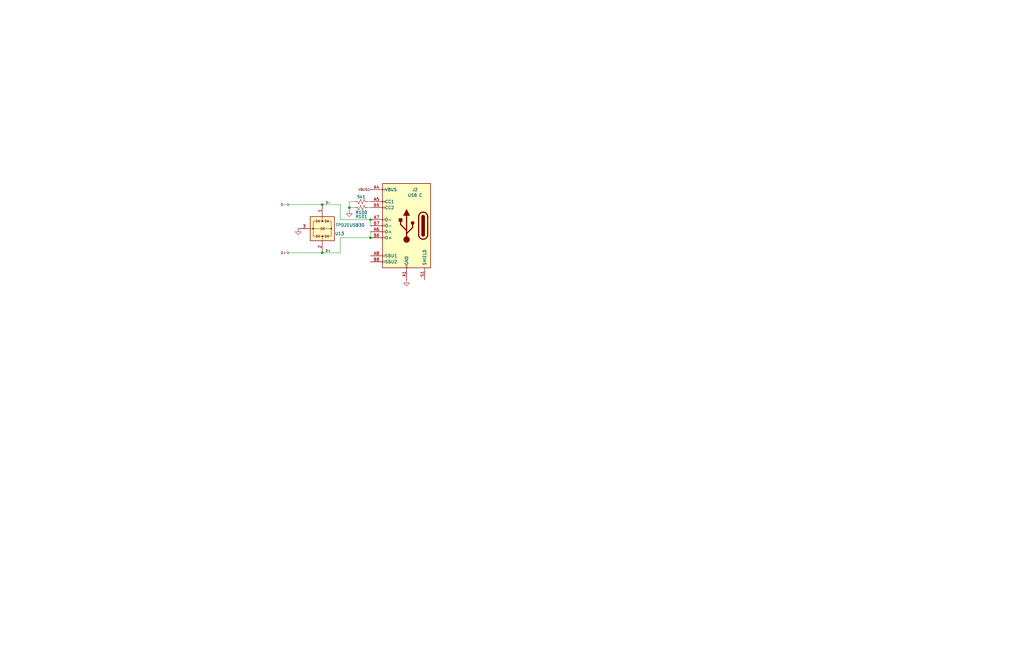
<source format=kicad_sch>
(kicad_sch (version 20250114) (generator "eeschema") (generator_version "9.0")
  (paper "B")
  (lib_symbols
    (symbol "Connector:USB_C_Receptacle_USB2.0_16P" (pin_names (offset 1.016))
      (property "Reference" "J" (at 0 22.225 0))
      (property "Value" "USB_C_Receptacle_USB2.0_16P" (at 0 19.685 0))
      (symbol "USB_C_Receptacle_USB2.0_16P_0_0"
        (rectangle (start -0.254 -17.78) (end 0.254 -16.764))
        (rectangle (start 10.16 15.494) (end 9.144 14.986))
        (rectangle (start 10.16 10.414) (end 9.144 9.906))
        (rectangle (start 10.16 7.874) (end 9.144 7.366))
        (rectangle (start 10.16 2.794) (end 9.144 2.286))
        (rectangle (start 10.16 0.254) (end 9.144 -0.254))
        (rectangle (start 10.16 -2.286) (end 9.144 -2.794))
        (rectangle (start 10.16 -4.826) (end 9.144 -5.334))
        (rectangle (start 10.16 -12.446) (end 9.144 -12.954))
        (rectangle (start 10.16 -14.986) (end 9.144 -15.494))
      )
      (symbol "USB_C_Receptacle_USB2.0_16P_0_1"
        (rectangle (start -10.16 17.78) (end 10.16 -17.78) (stroke (width 0.254)) (fill (type background)))
        (polyline (pts (xy -8.89 -3.81) (xy -8.89 3.81)) (stroke (width 0.508)))
        (rectangle (start -7.62 -3.81) (end -6.35 3.81) (stroke (width 0.254)) (fill (type outline)))
        (arc (start -7.62 3.81) (mid -6.985 4.4423) (end -6.35 3.81) (stroke (width 0.254)))
        (arc (start -7.62 3.81) (mid -6.985 4.4423) (end -6.35 3.81) (stroke (width 0.254)) (fill (type outline)))
        (arc (start -8.89 3.81) (mid -6.985 5.7067) (end -5.08 3.81) (stroke (width 0.508)))
        (arc (start -5.08 -3.81) (mid -6.985 -5.7067) (end -8.89 -3.81) (stroke (width 0.508)))
        (arc (start -6.35 -3.81) (mid -6.985 -4.4423) (end -7.62 -3.81) (stroke (width 0.254)))
        (arc (start -6.35 -3.81) (mid -6.985 -4.4423) (end -7.62 -3.81) (stroke (width 0.254)) (fill (type outline)))
        (polyline (pts (xy -5.08 3.81) (xy -5.08 -3.81)) (stroke (width 0.508)))
        (circle (center -2.54 1.143) (radius 0.635) (stroke (width 0.254)) (fill (type outline)))
        (polyline (pts (xy -1.27 4.318) (xy 0 6.858) (xy 1.27 4.318) (xy -1.27 4.318)) (stroke (width 0.254)) (fill (type outline)))
        (polyline (pts (xy 0 -2.032) (xy 2.54 0.508) (xy 2.54 1.778)) (stroke (width 0.508)))
        (polyline (pts (xy 0 -3.302) (xy -2.54 -0.762) (xy -2.54 0.508)) (stroke (width 0.508)))
        (polyline (pts (xy 0 -5.842) (xy 0 4.318)) (stroke (width 0.508)))
        (circle (center 0 -5.842) (radius 1.27) (fill (type outline)))
        (rectangle (start 1.905 1.778) (end 3.175 3.048) (stroke (width 0.254)) (fill (type outline)))
      )
      (symbol "USB_C_Receptacle_USB2.0_16P_1_1"
        (pin passive line (at -7.62 -22.86 90) (length 5.08) (name "SHIELD") (number "S1"))
        (pin passive line (at 0 -22.86 90) (length 5.08) (name "GND") (number "A1"))
        (pin passive line (at 0 -22.86 90) (length 5.08) (hide yes) (name "GND") (number "A12"))
        (pin passive line (at 0 -22.86 90) (length 5.08) (hide yes) (name "GND") (number "B1"))
        (pin passive line (at 0 -22.86 90) (length 5.08) (hide yes) (name "GND") (number "B12"))
        (pin passive line (at 15.24 15.24 180) (length 5.08) (name "VBUS") (number "A4"))
        (pin passive line (at 15.24 15.24 180) (length 5.08) (hide yes) (name "VBUS") (number "A9"))
        (pin passive line (at 15.24 15.24 180) (length 5.08) (hide yes) (name "VBUS") (number "B4"))
        (pin passive line (at 15.24 15.24 180) (length 5.08) (hide yes) (name "VBUS") (number "B9"))
        (pin bidirectional line (at 15.24 10.16 180) (length 5.08) (name "CC1") (number "A5"))
        (pin bidirectional line (at 15.24 7.62 180) (length 5.08) (name "CC2") (number "B5"))
        (pin bidirectional line (at 15.24 2.54 180) (length 5.08) (name "D-") (number "A7"))
        (pin bidirectional line (at 15.24 0 180) (length 5.08) (name "D-") (number "B7"))
        (pin bidirectional line (at 15.24 -2.54 180) (length 5.08) (name "D+") (number "A6"))
        (pin bidirectional line (at 15.24 -5.08 180) (length 5.08) (name "D+") (number "B6"))
        (pin bidirectional line (at 15.24 -12.7 180) (length 5.08) (name "SBU1") (number "A8"))
        (pin bidirectional line (at 15.24 -15.24 180) (length 5.08) (name "SBU2") (number "B8"))
      )
    )
    (symbol "Device:R_Small_US" (pin_numbers (hide yes)) (pin_names (offset 0.254) (hide yes))
      (property "Reference" "R" (at 0.762 0.508 0))
      (property "Value" "R_Small_US" (at 0.762 -1.016 0))
      (symbol "R_Small_US_1_1"
        (polyline (pts (xy 0 1.524) (xy 1.016 1.143) (xy 0 0.762) (xy -1.016 0.381) (xy 0 0)))
        (polyline (pts (xy 0 0) (xy 1.016 -0.381) (xy 0 -0.762) (xy -1.016 -1.143) (xy 0 -1.524)))
        (pin passive line (at 0 2.54 270) (length 1.016) (name "~") (number "1"))
        (pin passive line (at 0 -2.54 90) (length 1.016) (name "~") (number "2"))
      )
    )
    (symbol "Power_Protection:TPD2EUSB30" (pin_names (offset 0) (hide yes))
      (property "Reference" "U" (at 0 6.35 0))
      (property "Value" "TPD2EUSB30" (at 7.62 -7.62 0))
      (symbol "TPD2EUSB30_0_1"
        (rectangle (start -5.08 5.08) (end 5.08 -5.08) (stroke (width 0.254)) (fill (type background)))
        (polyline (pts (xy -5.08 0) (xy -3.175 0)))
        (polyline (pts (xy -3.81 2.54) (xy -2.54 2.54)))
        (polyline (pts (xy -3.81 -1.27) (xy -2.54 -1.27)))
        (rectangle (start -3.175 3.81) (end 3.175 -3.81))
        (circle (center -3.175 0) (radius 0.2794) (fill (type outline)))
        (polyline (pts (xy -2.54 1.27) (xy -3.81 1.27) (xy -3.175 2.54) (xy -2.54 1.27)))
        (polyline (pts (xy -2.54 -2.54) (xy -3.81 -2.54) (xy -3.175 -1.27) (xy -2.54 -2.54)))
        (circle (center 0 3.81) (radius 0.2794) (fill (type outline)))
        (polyline (pts (xy 0 3.81) (xy 0 -5.08)))
        (circle (center 0 -3.81) (radius 0.2794) (fill (type outline)))
        (polyline (pts (xy 0.635 -0.508) (xy -0.635 -0.508) (xy 0 0.762) (xy 0.635 -0.508)))
        (polyline (pts (xy 0.762 0.762) (xy -0.762 0.762) (xy -0.762 0.508)))
        (polyline (pts (xy 2.54 2.54) (xy 3.81 2.54)))
        (polyline (pts (xy 2.54 -1.27) (xy 3.81 -1.27)))
        (circle (center 3.175 0) (radius 0.2794) (fill (type outline)))
        (polyline (pts (xy 3.81 1.27) (xy 2.54 1.27) (xy 3.175 2.54) (xy 3.81 1.27)))
        (polyline (pts (xy 3.81 -2.54) (xy 2.54 -2.54) (xy 3.175 -1.27) (xy 3.81 -2.54)))
        (polyline (pts (xy 5.08 0) (xy 3.175 0)))
      )
      (symbol "TPD2EUSB30_1_1"
        (pin passive line (at -10.16 0 0) (length 5.08) (name "D+") (number "1"))
        (pin passive line (at 0 -10.16 90) (length 5.08) (name "GND") (number "3"))
        (pin passive line (at 10.16 0 180) (length 5.08) (name "D-") (number "2"))
      )
    )
    (symbol "power:GND" (power) (pin_numbers (hide yes)) (pin_names (offset 0) (hide yes))
      (property "Value" "GND" (at 0 -3.81 0))
      (symbol "GND_0_1"
        (polyline (pts (xy 0 0) (xy 0 -1.27) (xy 1.27 -1.27) (xy 0 -2.54) (xy -1.27 -1.27) (xy 0 -1.27)))
      )
      (symbol "GND_1_1"
        (pin power_in line (at 0 0 270) (length 0) (name "~") (number "1"))
      )
    )
  )
  (junction (at 147.32 87.63))
  (junction (at 156.21 92.71))
  (junction (at 156.21 100.33))
  (junction (at 135.89 86.36))
  (junction (at 135.89 106.68))
  (wire (pts (xy 143.51 100.33) (xy 143.51 106.68)))
  (wire (pts (xy 143.51 92.71) (xy 143.51 86.36)))
  (wire (pts (xy 154.94 87.63) (xy 156.21 87.63)))
  (wire (pts (xy 121.92 86.36) (xy 135.89 86.36)))
  (wire (pts (xy 156.21 97.79) (xy 156.21 100.33)))
  (wire (pts (xy 135.89 86.36) (xy 143.51 86.36)))
  (wire (pts (xy 156.21 92.71) (xy 143.51 92.71)))
  (wire (pts (xy 147.32 87.63) (xy 147.32 85.09)))
  (wire (pts (xy 147.32 87.63) (xy 149.86 87.63)))
  (wire (pts (xy 147.32 88.9) (xy 147.32 87.63)))
  (wire (pts (xy 143.51 106.68) (xy 135.89 106.68)))
  (wire (pts (xy 154.94 85.09) (xy 156.21 85.09)))
  (wire (pts (xy 147.32 85.09) (xy 149.86 85.09)))
  (wire (pts (xy 156.21 92.71) (xy 156.21 95.25)))
  (wire (pts (xy 156.21 100.33) (xy 143.51 100.33)))
  (wire (pts (xy 121.92 106.68) (xy 135.89 106.68)))
  (label "D+" (at 137.16 106.68 0) (effects (font (size 1 1))))
  (label "D-" (at 139.7 86.36 180) (effects (font (size 1 1))))
  (hierarchical_label "D-" (shape bidirectional) (at 121.92 86.36 180) (effects (font (size 1 1))))
  (hierarchical_label "VBUS" (shape input) (at 156.21 80.01 180) (effects (font (size 1 1))))
  (hierarchical_label "D+" (shape bidirectional) (at 121.92 106.68 180) (effects (font (size 1 1))))
  (symbol (lib_id "Power_Protection:TPD2EUSB30") (at 135.89 96.52 270) (unit 1)
    (property "Reference" "U?" (at 141.224 98.552 90) (effects (justify left)))
    (property "Value" "TPD2EUSB30" (at 141.478 94.996 90) (effects (justify left)))
    (property "Footprint" "Package_TO_SOT_SMD:Texas_DRT-3" (effects (hide yes)))
    (property "Datasheet" "http://www.ti.com/lit/ds/symlink/tpd2eusb30a.pdf" (effects (hide yes)))
    (property "Description" "2-Channel ESD Protection for Super-Speed USB 3.0 Interface, DRT-3" (effects (hide yes)))
    (instances (project "PilotAudioPanel" (path "" (reference "U13") (unit 1))) (project "Front IO Panel" (path "" (reference "U?") (unit 1))))
  )
  (symbol (lib_id "Device:R_Small_US") (at 152.4 87.63 270) (mirror x) (unit 1)
    (property "Reference" "R?" (at 152.4 91.44 90))
    (property "Value" "5k1" (at 154.178 83.058 90) (effects (justify right)))
    (property "Description" "Resistor, small US symbol" (effects (hide yes)))
    (instances (project "PilotAudioPanel" (path "" (reference "R101") (unit 1))) (project "Front IO Panel" (path "" (reference "R?") (unit 1))))
  )
  (symbol (lib_id "power:GND") (at 171.45 118.11 0) (unit 1)
    (property "Reference" "#PWR?" (effects (hide yes)))
    (property "Value" "GND" (effects (hide yes)))
    (property "Description" "Power symbol creates a global label with name \"GND\" , ground" (effects (hide yes)))
    (instances (project "PilotAudioPanel" (path "" (reference "#PWR0118") (unit 1))) (project "Front IO Panel" (path "" (reference "#PWR?") (unit 1))))
  )
  (symbol (lib_id "power:GND") (at 125.73 96.52 0) (unit 1)
    (property "Reference" "#PWR?" (effects (hide yes)))
    (property "Value" "GND" (effects (hide yes)))
    (property "Description" "Power symbol creates a global label with name \"GND\" , ground" (effects (hide yes)))
    (instances (project "PilotAudioPanel" (path "" (reference "#PWR0115") (unit 1))) (project "Front IO Panel" (path "" (reference "#PWR?") (unit 1))))
  )
  (symbol (lib_id "Device:R_Small_US") (at 152.4 85.09 270) (mirror x) (unit 1)
    (property "Reference" "R?" (at 152.4 89.662 90))
    (property "Value" "5k1" (effects (hide yes)))
    (property "Description" "Resistor, small US symbol" (effects (hide yes)))
    (instances (project "PilotAudioPanel" (path "" (reference "R100") (unit 1))) (project "Front IO Panel" (path "" (reference "R?") (unit 1))))
  )
  (symbol (lib_id "power:GND") (at 147.32 88.9 0) (unit 1)
    (property "Reference" "#PWR?" (effects (hide yes)))
    (property "Value" "GND" (effects (hide yes)))
    (property "Description" "Power symbol creates a global label with name \"GND\" , ground" (effects (hide yes)))
    (instances (project "PilotAudioPanel" (path "" (reference "#PWR0120") (unit 1))) (project "Front IO Panel" (path "" (reference "#PWR?") (unit 1))))
  )
  (symbol (lib_id "Connector:USB_C_Receptacle_USB2.0_16P") (at 171.45 95.25 0) (mirror y) (unit 1)
    (property "Reference" "J?" (at 175.006 80.01 0))
    (property "Value" "USB C" (at 175.006 82.4343 0))
    (property "Datasheet" "https://www.usb.org/sites/default/files/documents/usb_type-c.zip" (effects (hide yes)))
    (property "Description" "USB 2.0-only 16P Type-C Receptacle connector" (effects (hide yes)))
    (instances (project "PilotAudioPanel" (path "" (reference "J2") (unit 1))) (project "Front IO Panel" (path "" (reference "J?") (unit 1))))
  )
)
</source>
